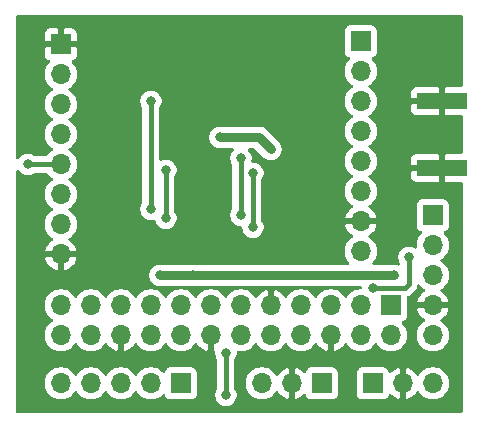
<source format=gbl>
G04 #@! TF.GenerationSoftware,KiCad,Pcbnew,8.0.8*
G04 #@! TF.CreationDate,2025-03-21T12:20:43+00:00*
G04 #@! TF.ProjectId,RFM95W-pcb01,52464d39-3557-42d7-9063-6230312e6b69,rev?*
G04 #@! TF.SameCoordinates,Original*
G04 #@! TF.FileFunction,Copper,L2,Bot*
G04 #@! TF.FilePolarity,Positive*
%FSLAX46Y46*%
G04 Gerber Fmt 4.6, Leading zero omitted, Abs format (unit mm)*
G04 Created by KiCad (PCBNEW 8.0.8) date 2025-03-21 12:20:43*
%MOMM*%
%LPD*%
G01*
G04 APERTURE LIST*
G04 #@! TA.AperFunction,ComponentPad*
%ADD10O,1.700000X1.700000*%
G04 #@! TD*
G04 #@! TA.AperFunction,ComponentPad*
%ADD11R,1.700000X1.700000*%
G04 #@! TD*
G04 #@! TA.AperFunction,SMDPad,CuDef*
%ADD12R,4.200000X1.350000*%
G04 #@! TD*
G04 #@! TA.AperFunction,ViaPad*
%ADD13C,0.800000*%
G04 #@! TD*
G04 #@! TA.AperFunction,Conductor*
%ADD14C,0.400000*%
G04 #@! TD*
G04 #@! TA.AperFunction,Conductor*
%ADD15C,0.800000*%
G04 #@! TD*
G04 APERTURE END LIST*
D10*
X141224000Y-52832000D03*
X141224000Y-50292000D03*
X143764000Y-52832000D03*
X143764000Y-50292000D03*
X146304000Y-52832000D03*
X146304000Y-50292000D03*
X148844000Y-52832000D03*
X148844000Y-50292000D03*
X151384000Y-52832000D03*
X151384000Y-50292000D03*
X153924000Y-52832000D03*
X153924000Y-50292000D03*
X156464000Y-52832000D03*
X156464000Y-50292000D03*
X159004000Y-52832000D03*
X159004000Y-50292000D03*
X161544000Y-52832000D03*
X161544000Y-50292000D03*
X164084000Y-52832000D03*
X164084000Y-50292000D03*
X166624000Y-52832000D03*
X166624000Y-50292000D03*
X169164000Y-52832000D03*
D11*
X169164000Y-50292000D03*
D10*
X172720000Y-52832000D03*
X172720000Y-50292000D03*
X172720000Y-47752000D03*
X172720000Y-45212000D03*
D11*
X172720000Y-42672000D03*
D10*
X141224000Y-56896000D03*
X143764000Y-56896000D03*
X146304000Y-56896000D03*
X148844000Y-56896000D03*
D11*
X151384000Y-56896000D03*
D10*
X172720000Y-56896000D03*
X170180000Y-56896000D03*
D11*
X167640000Y-56896000D03*
D10*
X158242000Y-56896000D03*
X160782000Y-56896000D03*
D11*
X163322000Y-56896000D03*
D10*
X141224000Y-45974000D03*
X141224000Y-43434000D03*
X141224000Y-40894000D03*
X141224000Y-38354000D03*
X141224000Y-35814000D03*
X141224000Y-33274000D03*
X141224000Y-30734000D03*
D11*
X141224000Y-28194000D03*
D10*
X166624000Y-45720000D03*
X166624000Y-43180000D03*
X166624000Y-40640000D03*
X166624000Y-38100000D03*
X166624000Y-35560000D03*
X166624000Y-33020000D03*
X166624000Y-30480000D03*
D11*
X166624000Y-27940000D03*
D12*
X173482000Y-32989000D03*
X173482000Y-38639000D03*
D13*
X138430000Y-38354000D03*
X148844000Y-42164000D03*
X148844000Y-33020000D03*
X150114000Y-42926000D03*
X150114000Y-38862000D03*
X155194000Y-54318000D03*
X155194000Y-57912000D03*
X156464000Y-42672000D03*
X156464000Y-37846000D03*
X157480000Y-43688000D03*
X157480000Y-39116000D03*
X170688000Y-46228000D03*
X167640000Y-48806000D03*
X149606000Y-47752000D03*
X152400000Y-47752000D03*
X154686000Y-36068000D03*
X159004000Y-37084000D03*
X169418000Y-47752000D03*
D14*
X138430000Y-38354000D02*
X141224000Y-38354000D01*
X148844000Y-42164000D02*
X148844000Y-33020000D01*
X150114000Y-42926000D02*
X150114000Y-38862000D01*
X155194000Y-54318000D02*
X155194000Y-57912000D01*
X156464000Y-42672000D02*
X156464000Y-37846000D01*
X157480000Y-43688000D02*
X157480000Y-39116000D01*
X170688000Y-46228000D02*
X170688000Y-48514000D01*
X170396000Y-48806000D02*
X167640000Y-48806000D01*
X170688000Y-48514000D02*
X170396000Y-48806000D01*
D15*
X157988000Y-36068000D02*
X159004000Y-37084000D01*
X166230002Y-47752000D02*
X167640000Y-47752000D01*
X151638000Y-47752000D02*
X166230002Y-47752000D01*
X151638000Y-47752000D02*
X152400000Y-47752000D01*
X149606000Y-47752000D02*
X151638000Y-47752000D01*
X155702000Y-36068000D02*
X157988000Y-36068000D01*
X154686000Y-36068000D02*
X155702000Y-36068000D01*
X167640000Y-47752000D02*
X168274000Y-47752000D01*
X168274000Y-47752000D02*
X169418000Y-47752000D01*
G04 #@! TA.AperFunction,Conductor*
G36*
X175156601Y-25688667D02*
G01*
X175197803Y-25716197D01*
X175225333Y-25757399D01*
X175235000Y-25806000D01*
X175235000Y-31676731D01*
X175225333Y-31725332D01*
X175197803Y-31766534D01*
X175156601Y-31794064D01*
X175108215Y-31803731D01*
X173820444Y-31805911D01*
X173736000Y-31890356D01*
X173736000Y-32797934D01*
X173746333Y-32813399D01*
X173756000Y-32862000D01*
X173756000Y-33116000D01*
X173746333Y-33164601D01*
X173736000Y-33180065D01*
X173736000Y-34087644D01*
X173820444Y-34172088D01*
X175108215Y-34174269D01*
X175156799Y-34184019D01*
X175197954Y-34211619D01*
X175225415Y-34252867D01*
X175235000Y-34301269D01*
X175235000Y-37326731D01*
X175225333Y-37375332D01*
X175197803Y-37416534D01*
X175156601Y-37444064D01*
X175108215Y-37453731D01*
X173820444Y-37455911D01*
X173736000Y-37540356D01*
X173736000Y-38447934D01*
X173746333Y-38463399D01*
X173756000Y-38512000D01*
X173756000Y-38766000D01*
X173746333Y-38814601D01*
X173736000Y-38830065D01*
X173736000Y-39737644D01*
X173820444Y-39822088D01*
X175108215Y-39824269D01*
X175156799Y-39834019D01*
X175197954Y-39861619D01*
X175225415Y-39902867D01*
X175235000Y-39951269D01*
X175235001Y-59284000D01*
X175225334Y-59332601D01*
X175197804Y-59373803D01*
X175156602Y-59401333D01*
X175108001Y-59411000D01*
X137566000Y-59411000D01*
X137517399Y-59401333D01*
X137476197Y-59373803D01*
X137448667Y-59332601D01*
X137439000Y-59284000D01*
X137439000Y-56896000D01*
X139859429Y-56896000D01*
X139885648Y-57162214D01*
X139963300Y-57418196D01*
X140089401Y-57654115D01*
X140259102Y-57860897D01*
X140465884Y-58030598D01*
X140701803Y-58156699D01*
X140957785Y-58234351D01*
X141157284Y-58254000D01*
X141290716Y-58254000D01*
X141490214Y-58234351D01*
X141746196Y-58156699D01*
X141982115Y-58030598D01*
X142188897Y-57860897D01*
X142358597Y-57654117D01*
X142381996Y-57610341D01*
X142413432Y-57572037D01*
X142457134Y-57548678D01*
X142506448Y-57543821D01*
X142553868Y-57558205D01*
X142592172Y-57589641D01*
X142606004Y-57610341D01*
X142629402Y-57654117D01*
X142799102Y-57860897D01*
X143005884Y-58030598D01*
X143241803Y-58156699D01*
X143497785Y-58234351D01*
X143697284Y-58254000D01*
X143830716Y-58254000D01*
X144030214Y-58234351D01*
X144286196Y-58156699D01*
X144522115Y-58030598D01*
X144728897Y-57860897D01*
X144898597Y-57654117D01*
X144921996Y-57610341D01*
X144953432Y-57572037D01*
X144997134Y-57548678D01*
X145046448Y-57543821D01*
X145093868Y-57558205D01*
X145132172Y-57589641D01*
X145146004Y-57610341D01*
X145169402Y-57654117D01*
X145339102Y-57860897D01*
X145545884Y-58030598D01*
X145781803Y-58156699D01*
X146037785Y-58234351D01*
X146237284Y-58254000D01*
X146370716Y-58254000D01*
X146570214Y-58234351D01*
X146826196Y-58156699D01*
X147062115Y-58030598D01*
X147268897Y-57860897D01*
X147438597Y-57654117D01*
X147461996Y-57610341D01*
X147493432Y-57572037D01*
X147537134Y-57548678D01*
X147586448Y-57543821D01*
X147633868Y-57558205D01*
X147672172Y-57589641D01*
X147686004Y-57610341D01*
X147709402Y-57654117D01*
X147879102Y-57860897D01*
X148085884Y-58030598D01*
X148321803Y-58156699D01*
X148577785Y-58234351D01*
X148777284Y-58254000D01*
X148910716Y-58254000D01*
X149110214Y-58234351D01*
X149366196Y-58156699D01*
X149602115Y-58030598D01*
X149808896Y-57860897D01*
X149825434Y-57840746D01*
X149863739Y-57809310D01*
X149911158Y-57794925D01*
X149960472Y-57799781D01*
X150004174Y-57823140D01*
X150035610Y-57861445D01*
X150045138Y-57884446D01*
X150062397Y-57941341D01*
X150109571Y-58029597D01*
X150173051Y-58106948D01*
X150250402Y-58170428D01*
X150338659Y-58217603D01*
X150434409Y-58246648D01*
X150540244Y-58257072D01*
X152227756Y-58257072D01*
X152333590Y-58246648D01*
X152429340Y-58217603D01*
X152517597Y-58170428D01*
X152594948Y-58106948D01*
X152658428Y-58029597D01*
X152705603Y-57941340D01*
X152734648Y-57845590D01*
X152745072Y-57739755D01*
X152745072Y-56052244D01*
X152734648Y-55946409D01*
X152705603Y-55850659D01*
X152658428Y-55762402D01*
X152594948Y-55685051D01*
X152517597Y-55621571D01*
X152429340Y-55574396D01*
X152333590Y-55545351D01*
X152227756Y-55534928D01*
X150540244Y-55534928D01*
X150434409Y-55545351D01*
X150338659Y-55574396D01*
X150250402Y-55621571D01*
X150173051Y-55685051D01*
X150109571Y-55762402D01*
X150062397Y-55850658D01*
X150045138Y-55907554D01*
X150021779Y-55951256D01*
X149983474Y-55982691D01*
X149936054Y-55997076D01*
X149886740Y-55992218D01*
X149843038Y-55968859D01*
X149825434Y-55951254D01*
X149808896Y-55931102D01*
X149602115Y-55761401D01*
X149366196Y-55635300D01*
X149110214Y-55557648D01*
X148910716Y-55538000D01*
X148777284Y-55538000D01*
X148577785Y-55557648D01*
X148321803Y-55635300D01*
X148085884Y-55761401D01*
X147879102Y-55931102D01*
X147709402Y-56137882D01*
X147686004Y-56181659D01*
X147654568Y-56219963D01*
X147610866Y-56243322D01*
X147561552Y-56248179D01*
X147514132Y-56233795D01*
X147475828Y-56202359D01*
X147461996Y-56181659D01*
X147438597Y-56137882D01*
X147268897Y-55931102D01*
X147062115Y-55761401D01*
X146826196Y-55635300D01*
X146570214Y-55557648D01*
X146370716Y-55538000D01*
X146237284Y-55538000D01*
X146037785Y-55557648D01*
X145781803Y-55635300D01*
X145545884Y-55761401D01*
X145339102Y-55931102D01*
X145169402Y-56137882D01*
X145146004Y-56181659D01*
X145114568Y-56219963D01*
X145070866Y-56243322D01*
X145021552Y-56248179D01*
X144974132Y-56233795D01*
X144935828Y-56202359D01*
X144921996Y-56181659D01*
X144898597Y-56137882D01*
X144728897Y-55931102D01*
X144522115Y-55761401D01*
X144286196Y-55635300D01*
X144030214Y-55557648D01*
X143830716Y-55538000D01*
X143697284Y-55538000D01*
X143497785Y-55557648D01*
X143241803Y-55635300D01*
X143005884Y-55761401D01*
X142799102Y-55931102D01*
X142629402Y-56137882D01*
X142606004Y-56181659D01*
X142574568Y-56219963D01*
X142530866Y-56243322D01*
X142481552Y-56248179D01*
X142434132Y-56233795D01*
X142395828Y-56202359D01*
X142381996Y-56181659D01*
X142358597Y-56137882D01*
X142188897Y-55931102D01*
X141982115Y-55761401D01*
X141746196Y-55635300D01*
X141490214Y-55557648D01*
X141290716Y-55538000D01*
X141157284Y-55538000D01*
X140957785Y-55557648D01*
X140701803Y-55635300D01*
X140465884Y-55761401D01*
X140259102Y-55931102D01*
X140089401Y-56137884D01*
X139963300Y-56373803D01*
X139885648Y-56629785D01*
X139859429Y-56896000D01*
X137439000Y-56896000D01*
X137439000Y-50292000D01*
X139859429Y-50292000D01*
X139885648Y-50558214D01*
X139963300Y-50814196D01*
X140089401Y-51050115D01*
X140259102Y-51256897D01*
X140465882Y-51426597D01*
X140509659Y-51449996D01*
X140547963Y-51481432D01*
X140571322Y-51525134D01*
X140576179Y-51574448D01*
X140561795Y-51621868D01*
X140530359Y-51660172D01*
X140509659Y-51674004D01*
X140465882Y-51697402D01*
X140259102Y-51867102D01*
X140089401Y-52073884D01*
X139963300Y-52309803D01*
X139885648Y-52565785D01*
X139859429Y-52832000D01*
X139885648Y-53098214D01*
X139963300Y-53354196D01*
X140089401Y-53590115D01*
X140259102Y-53796897D01*
X140465884Y-53966598D01*
X140701803Y-54092699D01*
X140957785Y-54170351D01*
X141157284Y-54190000D01*
X141290716Y-54190000D01*
X141490214Y-54170351D01*
X141746196Y-54092699D01*
X141982115Y-53966598D01*
X142188897Y-53796897D01*
X142358597Y-53590117D01*
X142381996Y-53546341D01*
X142413432Y-53508037D01*
X142457134Y-53484678D01*
X142506448Y-53479821D01*
X142553868Y-53494205D01*
X142592172Y-53525641D01*
X142606004Y-53546341D01*
X142629402Y-53590117D01*
X142799102Y-53796897D01*
X143005884Y-53966598D01*
X143241803Y-54092699D01*
X143497785Y-54170351D01*
X143697284Y-54190000D01*
X143830716Y-54190000D01*
X144030214Y-54170351D01*
X144286196Y-54092699D01*
X144522115Y-53966598D01*
X144728897Y-53796897D01*
X144898596Y-53590117D01*
X144927196Y-53536611D01*
X144958632Y-53498305D01*
X145002334Y-53474946D01*
X145051648Y-53470088D01*
X145099067Y-53484472D01*
X145137373Y-53515908D01*
X145148310Y-53531484D01*
X145211528Y-53637613D01*
X145389690Y-53835267D01*
X145602983Y-53994360D01*
X145845900Y-54110064D01*
X145934009Y-54136789D01*
X146050000Y-54075576D01*
X146050000Y-53023065D01*
X146039667Y-53007601D01*
X146030000Y-52959000D01*
X146030000Y-52705000D01*
X146039667Y-52656399D01*
X146067197Y-52615197D01*
X146079186Y-52607186D01*
X146087197Y-52595197D01*
X146128399Y-52567667D01*
X146177000Y-52558000D01*
X146431000Y-52558000D01*
X146479601Y-52567667D01*
X146520803Y-52595197D01*
X146528813Y-52607186D01*
X146540803Y-52615197D01*
X146568333Y-52656399D01*
X146578000Y-52705000D01*
X146578000Y-52959000D01*
X146568333Y-53007601D01*
X146558000Y-53023065D01*
X146558000Y-54075576D01*
X146673990Y-54136789D01*
X146762099Y-54110064D01*
X147005016Y-53994360D01*
X147218309Y-53835267D01*
X147396471Y-53637613D01*
X147459690Y-53531484D01*
X147492867Y-53494677D01*
X147537604Y-53473368D01*
X147587091Y-53470801D01*
X147633792Y-53487368D01*
X147670599Y-53520545D01*
X147680804Y-53536611D01*
X147709403Y-53590117D01*
X147879102Y-53796897D01*
X148085884Y-53966598D01*
X148321803Y-54092699D01*
X148577785Y-54170351D01*
X148777284Y-54190000D01*
X148910716Y-54190000D01*
X149110214Y-54170351D01*
X149366196Y-54092699D01*
X149602115Y-53966598D01*
X149808897Y-53796897D01*
X149978597Y-53590117D01*
X150001996Y-53546341D01*
X150033432Y-53508037D01*
X150077134Y-53484678D01*
X150126448Y-53479821D01*
X150173868Y-53494205D01*
X150212172Y-53525641D01*
X150226004Y-53546341D01*
X150249402Y-53590117D01*
X150419102Y-53796897D01*
X150625884Y-53966598D01*
X150861803Y-54092699D01*
X151117785Y-54170351D01*
X151317284Y-54190000D01*
X151450716Y-54190000D01*
X151650214Y-54170351D01*
X151906196Y-54092699D01*
X152142115Y-53966598D01*
X152348897Y-53796897D01*
X152518596Y-53590117D01*
X152547196Y-53536611D01*
X152578632Y-53498305D01*
X152622334Y-53474946D01*
X152671648Y-53470088D01*
X152719067Y-53484472D01*
X152757373Y-53515908D01*
X152768310Y-53531484D01*
X152831528Y-53637613D01*
X153009690Y-53835267D01*
X153222983Y-53994360D01*
X153465900Y-54110064D01*
X153554009Y-54136789D01*
X153670000Y-54075576D01*
X153670000Y-53023065D01*
X153659667Y-53007601D01*
X153650000Y-52959000D01*
X153650000Y-52705000D01*
X153659667Y-52656399D01*
X153687197Y-52615197D01*
X153699186Y-52607186D01*
X153707197Y-52595197D01*
X153748399Y-52567667D01*
X153797000Y-52558000D01*
X154051000Y-52558000D01*
X154099601Y-52567667D01*
X154140803Y-52595197D01*
X154148813Y-52607186D01*
X154160803Y-52615197D01*
X154188333Y-52656399D01*
X154198000Y-52705000D01*
X154198000Y-52959000D01*
X154188333Y-53007601D01*
X154178000Y-53023065D01*
X154178000Y-54075576D01*
X154219519Y-54097488D01*
X154257989Y-54128721D01*
X154281579Y-54172299D01*
X154286696Y-54221587D01*
X154286000Y-54226368D01*
X154286000Y-54407429D01*
X154320893Y-54582852D01*
X154389341Y-54748100D01*
X154464597Y-54860728D01*
X154483560Y-54906509D01*
X154486000Y-54931285D01*
X154486001Y-57298714D01*
X154476334Y-57347315D01*
X154464598Y-57369271D01*
X154389341Y-57481899D01*
X154320893Y-57647147D01*
X154286000Y-57822570D01*
X154286000Y-58001429D01*
X154320893Y-58176852D01*
X154389341Y-58342100D01*
X154488708Y-58490813D01*
X154615186Y-58617291D01*
X154763899Y-58716658D01*
X154929147Y-58785106D01*
X155104570Y-58820000D01*
X155283430Y-58820000D01*
X155458852Y-58785106D01*
X155624100Y-58716658D01*
X155772813Y-58617291D01*
X155899291Y-58490813D01*
X155998658Y-58342100D01*
X156067106Y-58176852D01*
X156102000Y-58001429D01*
X156102000Y-57822570D01*
X156067106Y-57647147D01*
X155998658Y-57481899D01*
X155923403Y-57369272D01*
X155904440Y-57323491D01*
X155902000Y-57298715D01*
X155902000Y-56896000D01*
X156877429Y-56896000D01*
X156903648Y-57162214D01*
X156981300Y-57418196D01*
X157107401Y-57654115D01*
X157277102Y-57860897D01*
X157483884Y-58030598D01*
X157719803Y-58156699D01*
X157975785Y-58234351D01*
X158175284Y-58254000D01*
X158308716Y-58254000D01*
X158508214Y-58234351D01*
X158764196Y-58156699D01*
X159000115Y-58030598D01*
X159206897Y-57860897D01*
X159376596Y-57654117D01*
X159405196Y-57600611D01*
X159436632Y-57562305D01*
X159480334Y-57538946D01*
X159529648Y-57534088D01*
X159577067Y-57548472D01*
X159615373Y-57579908D01*
X159626310Y-57595484D01*
X159689528Y-57701613D01*
X159867690Y-57899267D01*
X160080983Y-58058360D01*
X160323900Y-58174064D01*
X160412009Y-58200789D01*
X160528000Y-58139576D01*
X160528000Y-57087065D01*
X160517667Y-57071601D01*
X160508000Y-57023000D01*
X160508000Y-56769000D01*
X160517667Y-56720399D01*
X160528000Y-56704934D01*
X160528000Y-55652423D01*
X161036000Y-55652423D01*
X161036000Y-56704934D01*
X161046333Y-56720399D01*
X161056000Y-56769000D01*
X161056000Y-57023000D01*
X161046333Y-57071601D01*
X161036000Y-57087065D01*
X161036000Y-58139576D01*
X161151990Y-58200789D01*
X161240099Y-58174064D01*
X161483016Y-58058360D01*
X161696309Y-57899267D01*
X161763701Y-57824503D01*
X161803421Y-57794876D01*
X161851456Y-57782704D01*
X161900492Y-57789841D01*
X161943065Y-57815201D01*
X161972692Y-57854921D01*
X161979565Y-57872667D01*
X162000397Y-57941341D01*
X162047571Y-58029597D01*
X162111051Y-58106948D01*
X162188402Y-58170428D01*
X162276659Y-58217603D01*
X162372409Y-58246648D01*
X162478244Y-58257072D01*
X164165756Y-58257072D01*
X164271590Y-58246648D01*
X164367340Y-58217603D01*
X164455597Y-58170428D01*
X164532948Y-58106948D01*
X164596428Y-58029597D01*
X164643603Y-57941340D01*
X164672648Y-57845590D01*
X164683072Y-57739755D01*
X164683072Y-56052244D01*
X166278928Y-56052244D01*
X166278928Y-57739755D01*
X166289351Y-57845590D01*
X166318396Y-57941340D01*
X166365571Y-58029597D01*
X166429051Y-58106948D01*
X166506402Y-58170428D01*
X166594659Y-58217603D01*
X166690409Y-58246648D01*
X166796244Y-58257072D01*
X168483756Y-58257072D01*
X168589590Y-58246648D01*
X168685340Y-58217603D01*
X168773597Y-58170428D01*
X168850948Y-58106948D01*
X168914428Y-58029597D01*
X168961602Y-57941341D01*
X168982435Y-57872667D01*
X169005794Y-57828966D01*
X169044099Y-57797530D01*
X169091518Y-57783145D01*
X169140833Y-57788003D01*
X169184534Y-57811362D01*
X169198299Y-57824503D01*
X169265690Y-57899267D01*
X169478983Y-58058360D01*
X169721900Y-58174064D01*
X169810009Y-58200789D01*
X169926000Y-58139576D01*
X169926000Y-57087065D01*
X169915667Y-57071601D01*
X169906000Y-57023000D01*
X169906000Y-56769000D01*
X169915667Y-56720399D01*
X169926000Y-56704934D01*
X169926000Y-55652423D01*
X170434000Y-55652423D01*
X170434000Y-56704934D01*
X170444333Y-56720399D01*
X170454000Y-56769000D01*
X170454000Y-57023000D01*
X170444333Y-57071601D01*
X170434000Y-57087065D01*
X170434000Y-58139576D01*
X170549990Y-58200789D01*
X170638099Y-58174064D01*
X170881016Y-58058360D01*
X171094309Y-57899267D01*
X171272471Y-57701613D01*
X171335690Y-57595484D01*
X171368867Y-57558677D01*
X171413604Y-57537368D01*
X171463091Y-57534801D01*
X171509792Y-57551368D01*
X171546599Y-57584545D01*
X171556804Y-57600611D01*
X171585403Y-57654117D01*
X171755102Y-57860897D01*
X171961884Y-58030598D01*
X172197803Y-58156699D01*
X172453785Y-58234351D01*
X172653284Y-58254000D01*
X172786716Y-58254000D01*
X172986214Y-58234351D01*
X173242196Y-58156699D01*
X173478115Y-58030598D01*
X173684897Y-57860897D01*
X173854598Y-57654115D01*
X173980699Y-57418196D01*
X174058351Y-57162214D01*
X174084570Y-56896000D01*
X174058351Y-56629785D01*
X173980699Y-56373803D01*
X173854598Y-56137884D01*
X173684897Y-55931102D01*
X173478115Y-55761401D01*
X173242196Y-55635300D01*
X172986214Y-55557648D01*
X172786716Y-55538000D01*
X172653284Y-55538000D01*
X172453785Y-55557648D01*
X172197803Y-55635300D01*
X171961884Y-55761401D01*
X171755102Y-55931102D01*
X171585403Y-56137882D01*
X171556804Y-56191389D01*
X171525368Y-56229695D01*
X171481666Y-56253054D01*
X171432352Y-56257912D01*
X171384933Y-56243528D01*
X171346627Y-56212092D01*
X171335690Y-56196516D01*
X171272471Y-56090386D01*
X171094309Y-55892732D01*
X170881016Y-55733639D01*
X170638099Y-55617935D01*
X170549990Y-55591210D01*
X170434000Y-55652423D01*
X169926000Y-55652423D01*
X169810009Y-55591210D01*
X169721900Y-55617935D01*
X169478983Y-55733639D01*
X169265690Y-55892732D01*
X169198299Y-55967497D01*
X169158579Y-55997124D01*
X169110544Y-56009296D01*
X169061508Y-56002159D01*
X169018935Y-55976799D01*
X168989308Y-55937079D01*
X168982435Y-55919333D01*
X168961602Y-55850658D01*
X168914428Y-55762402D01*
X168850948Y-55685051D01*
X168773597Y-55621571D01*
X168685340Y-55574396D01*
X168589590Y-55545351D01*
X168483756Y-55534928D01*
X166796244Y-55534928D01*
X166690409Y-55545351D01*
X166594659Y-55574396D01*
X166506402Y-55621571D01*
X166429051Y-55685051D01*
X166365571Y-55762402D01*
X166318396Y-55850659D01*
X166289351Y-55946409D01*
X166278928Y-56052244D01*
X164683072Y-56052244D01*
X164672648Y-55946409D01*
X164643603Y-55850659D01*
X164596428Y-55762402D01*
X164532948Y-55685051D01*
X164455597Y-55621571D01*
X164367340Y-55574396D01*
X164271590Y-55545351D01*
X164165756Y-55534928D01*
X162478244Y-55534928D01*
X162372409Y-55545351D01*
X162276659Y-55574396D01*
X162188402Y-55621571D01*
X162111051Y-55685051D01*
X162047571Y-55762402D01*
X162000397Y-55850658D01*
X161979565Y-55919333D01*
X161956206Y-55963034D01*
X161917901Y-55994470D01*
X161870482Y-56008855D01*
X161821167Y-56003997D01*
X161777466Y-55980638D01*
X161763701Y-55967497D01*
X161696309Y-55892732D01*
X161483016Y-55733639D01*
X161240099Y-55617935D01*
X161151990Y-55591210D01*
X161036000Y-55652423D01*
X160528000Y-55652423D01*
X160412009Y-55591210D01*
X160323900Y-55617935D01*
X160080983Y-55733639D01*
X159867690Y-55892732D01*
X159689528Y-56090386D01*
X159626310Y-56196516D01*
X159593133Y-56233323D01*
X159548396Y-56254632D01*
X159498909Y-56257199D01*
X159452208Y-56240632D01*
X159415401Y-56207455D01*
X159405196Y-56191389D01*
X159376596Y-56137882D01*
X159206897Y-55931102D01*
X159000115Y-55761401D01*
X158764196Y-55635300D01*
X158508214Y-55557648D01*
X158308716Y-55538000D01*
X158175284Y-55538000D01*
X157975785Y-55557648D01*
X157719803Y-55635300D01*
X157483884Y-55761401D01*
X157277102Y-55931102D01*
X157107401Y-56137884D01*
X156981300Y-56373803D01*
X156903648Y-56629785D01*
X156877429Y-56896000D01*
X155902000Y-56896000D01*
X155902000Y-54931285D01*
X155911667Y-54882684D01*
X155923403Y-54860728D01*
X155998658Y-54748100D01*
X156067106Y-54582852D01*
X156102000Y-54407429D01*
X156102000Y-54301039D01*
X156111667Y-54252438D01*
X156139197Y-54211236D01*
X156180399Y-54183706D01*
X156229000Y-54174039D01*
X156241449Y-54174651D01*
X156397285Y-54190000D01*
X156530716Y-54190000D01*
X156730214Y-54170351D01*
X156986196Y-54092699D01*
X157222115Y-53966598D01*
X157428897Y-53796897D01*
X157598597Y-53590117D01*
X157621996Y-53546341D01*
X157653432Y-53508037D01*
X157697134Y-53484678D01*
X157746448Y-53479821D01*
X157793868Y-53494205D01*
X157832172Y-53525641D01*
X157846004Y-53546341D01*
X157869402Y-53590117D01*
X158039102Y-53796897D01*
X158245884Y-53966598D01*
X158481803Y-54092699D01*
X158737785Y-54170351D01*
X158937284Y-54190000D01*
X159070716Y-54190000D01*
X159270214Y-54170351D01*
X159526196Y-54092699D01*
X159762115Y-53966598D01*
X159968897Y-53796897D01*
X160138597Y-53590117D01*
X160161996Y-53546341D01*
X160193432Y-53508037D01*
X160237134Y-53484678D01*
X160286448Y-53479821D01*
X160333868Y-53494205D01*
X160372172Y-53525641D01*
X160386004Y-53546341D01*
X160409402Y-53590117D01*
X160579102Y-53796897D01*
X160785884Y-53966598D01*
X161021803Y-54092699D01*
X161277785Y-54170351D01*
X161477284Y-54190000D01*
X161610716Y-54190000D01*
X161810214Y-54170351D01*
X162066196Y-54092699D01*
X162302115Y-53966598D01*
X162508897Y-53796897D01*
X162678596Y-53590117D01*
X162707196Y-53536611D01*
X162738632Y-53498305D01*
X162782334Y-53474946D01*
X162831648Y-53470088D01*
X162879067Y-53484472D01*
X162917373Y-53515908D01*
X162928310Y-53531484D01*
X162991528Y-53637613D01*
X163169690Y-53835267D01*
X163382983Y-53994360D01*
X163625900Y-54110064D01*
X163714009Y-54136789D01*
X163830000Y-54075576D01*
X163830000Y-53023065D01*
X163819667Y-53007601D01*
X163810000Y-52959000D01*
X163810000Y-52705000D01*
X163819667Y-52656399D01*
X163847197Y-52615197D01*
X163859186Y-52607186D01*
X163867197Y-52595197D01*
X163908399Y-52567667D01*
X163957000Y-52558000D01*
X164211000Y-52558000D01*
X164259601Y-52567667D01*
X164300803Y-52595197D01*
X164308813Y-52607186D01*
X164320803Y-52615197D01*
X164348333Y-52656399D01*
X164358000Y-52705000D01*
X164358000Y-52959000D01*
X164348333Y-53007601D01*
X164338000Y-53023065D01*
X164338000Y-54075576D01*
X164453990Y-54136789D01*
X164542099Y-54110064D01*
X164785016Y-53994360D01*
X164998309Y-53835267D01*
X165176471Y-53637613D01*
X165239690Y-53531484D01*
X165272867Y-53494677D01*
X165317604Y-53473368D01*
X165367091Y-53470801D01*
X165413792Y-53487368D01*
X165450599Y-53520545D01*
X165460804Y-53536611D01*
X165489403Y-53590117D01*
X165659102Y-53796897D01*
X165865884Y-53966598D01*
X166101803Y-54092699D01*
X166357785Y-54170351D01*
X166557284Y-54190000D01*
X166690716Y-54190000D01*
X166890214Y-54170351D01*
X167146196Y-54092699D01*
X167382115Y-53966598D01*
X167588897Y-53796897D01*
X167758597Y-53590117D01*
X167781996Y-53546341D01*
X167813432Y-53508037D01*
X167857134Y-53484678D01*
X167906448Y-53479821D01*
X167953868Y-53494205D01*
X167992172Y-53525641D01*
X168006004Y-53546341D01*
X168029402Y-53590117D01*
X168199102Y-53796897D01*
X168405884Y-53966598D01*
X168641803Y-54092699D01*
X168897785Y-54170351D01*
X169097284Y-54190000D01*
X169230716Y-54190000D01*
X169430214Y-54170351D01*
X169686196Y-54092699D01*
X169922115Y-53966598D01*
X170128897Y-53796897D01*
X170298598Y-53590115D01*
X170424699Y-53354196D01*
X170502351Y-53098214D01*
X170528570Y-52832000D01*
X171355429Y-52832000D01*
X171381648Y-53098214D01*
X171459300Y-53354196D01*
X171585401Y-53590115D01*
X171755102Y-53796897D01*
X171961884Y-53966598D01*
X172197803Y-54092699D01*
X172453785Y-54170351D01*
X172653284Y-54190000D01*
X172786716Y-54190000D01*
X172986214Y-54170351D01*
X173242196Y-54092699D01*
X173478115Y-53966598D01*
X173684897Y-53796897D01*
X173854598Y-53590115D01*
X173980699Y-53354196D01*
X174058351Y-53098214D01*
X174084570Y-52832000D01*
X174058351Y-52565785D01*
X173980699Y-52309803D01*
X173854598Y-52073884D01*
X173684897Y-51867102D01*
X173478117Y-51697403D01*
X173424611Y-51668804D01*
X173386305Y-51637368D01*
X173362946Y-51593666D01*
X173358088Y-51544352D01*
X173372472Y-51496933D01*
X173403908Y-51458627D01*
X173419484Y-51447690D01*
X173525613Y-51384471D01*
X173723267Y-51206309D01*
X173882360Y-50993016D01*
X173998064Y-50750099D01*
X174024789Y-50661990D01*
X173963577Y-50546000D01*
X172911066Y-50546000D01*
X172895601Y-50556333D01*
X172847000Y-50566000D01*
X172593000Y-50566000D01*
X172544399Y-50556333D01*
X172528934Y-50546000D01*
X171476423Y-50546000D01*
X171415210Y-50661990D01*
X171441935Y-50750099D01*
X171557639Y-50993016D01*
X171716732Y-51206309D01*
X171914386Y-51384471D01*
X172020516Y-51447690D01*
X172057323Y-51480867D01*
X172078632Y-51525604D01*
X172081199Y-51575091D01*
X172064632Y-51621792D01*
X172031455Y-51658599D01*
X172015389Y-51668804D01*
X171961882Y-51697403D01*
X171755102Y-51867102D01*
X171585401Y-52073884D01*
X171459300Y-52309803D01*
X171381648Y-52565785D01*
X171355429Y-52832000D01*
X170528570Y-52832000D01*
X170502351Y-52565785D01*
X170424699Y-52309803D01*
X170298598Y-52073884D01*
X170128897Y-51867103D01*
X170108746Y-51850566D01*
X170077310Y-51812261D01*
X170062925Y-51764842D01*
X170067781Y-51715528D01*
X170091140Y-51671826D01*
X170129445Y-51640390D01*
X170152446Y-51630862D01*
X170209341Y-51613602D01*
X170297597Y-51566428D01*
X170374948Y-51502948D01*
X170438428Y-51425597D01*
X170485603Y-51337340D01*
X170514648Y-51241590D01*
X170525072Y-51135755D01*
X170525072Y-49600894D01*
X170534739Y-49552293D01*
X170562269Y-49511091D01*
X170603471Y-49483561D01*
X170615206Y-49479363D01*
X170668247Y-49463273D01*
X170791249Y-49397526D01*
X170899054Y-49309054D01*
X170917274Y-49286853D01*
X170925643Y-49277618D01*
X171159618Y-49043643D01*
X171168853Y-49035274D01*
X171191054Y-49017054D01*
X171279526Y-48909249D01*
X171345273Y-48786247D01*
X171385755Y-48652792D01*
X171389643Y-48613329D01*
X171404027Y-48565910D01*
X171435463Y-48527605D01*
X171479165Y-48504246D01*
X171528480Y-48499390D01*
X171575899Y-48513774D01*
X171614203Y-48545210D01*
X171755102Y-48716897D01*
X171961882Y-48886596D01*
X172015389Y-48915196D01*
X172053695Y-48946632D01*
X172077054Y-48990334D01*
X172081912Y-49039648D01*
X172067528Y-49087067D01*
X172036092Y-49125373D01*
X172020516Y-49136310D01*
X171914386Y-49199528D01*
X171716732Y-49377690D01*
X171557639Y-49590983D01*
X171441935Y-49833900D01*
X171415210Y-49922009D01*
X171476423Y-50038000D01*
X172528934Y-50038000D01*
X172544399Y-50027667D01*
X172593000Y-50018000D01*
X172847000Y-50018000D01*
X172895601Y-50027667D01*
X172911066Y-50038000D01*
X173963577Y-50038000D01*
X174024789Y-49922009D01*
X173998064Y-49833900D01*
X173882360Y-49590983D01*
X173723267Y-49377690D01*
X173525613Y-49199528D01*
X173419484Y-49136310D01*
X173382677Y-49103133D01*
X173361368Y-49058396D01*
X173358801Y-49008909D01*
X173375368Y-48962208D01*
X173408545Y-48925401D01*
X173424611Y-48915196D01*
X173478117Y-48886596D01*
X173684897Y-48716897D01*
X173854598Y-48510115D01*
X173980699Y-48274196D01*
X174058351Y-48018214D01*
X174084570Y-47752000D01*
X174058351Y-47485785D01*
X173980699Y-47229803D01*
X173854598Y-46993884D01*
X173684897Y-46787102D01*
X173478117Y-46617402D01*
X173434341Y-46594004D01*
X173396037Y-46562568D01*
X173372678Y-46518866D01*
X173367821Y-46469552D01*
X173382205Y-46422132D01*
X173413641Y-46383828D01*
X173434341Y-46369996D01*
X173478117Y-46346597D01*
X173684897Y-46176897D01*
X173854598Y-45970115D01*
X173980699Y-45734196D01*
X174058351Y-45478214D01*
X174084570Y-45212000D01*
X174058351Y-44945785D01*
X173980699Y-44689803D01*
X173854598Y-44453884D01*
X173684897Y-44247103D01*
X173664746Y-44230566D01*
X173633310Y-44192261D01*
X173618925Y-44144842D01*
X173623781Y-44095528D01*
X173647140Y-44051826D01*
X173685445Y-44020390D01*
X173708446Y-44010862D01*
X173765341Y-43993602D01*
X173853597Y-43946428D01*
X173930948Y-43882948D01*
X173994428Y-43805597D01*
X174041603Y-43717340D01*
X174070648Y-43621590D01*
X174081072Y-43515755D01*
X174081072Y-41828244D01*
X174070648Y-41722409D01*
X174041603Y-41626659D01*
X173994428Y-41538402D01*
X173930948Y-41461051D01*
X173853597Y-41397571D01*
X173765340Y-41350396D01*
X173669590Y-41321351D01*
X173563756Y-41310928D01*
X171876244Y-41310928D01*
X171770409Y-41321351D01*
X171674659Y-41350396D01*
X171586402Y-41397571D01*
X171509051Y-41461051D01*
X171445571Y-41538402D01*
X171398396Y-41626659D01*
X171369351Y-41722409D01*
X171358928Y-41828244D01*
X171358928Y-43515755D01*
X171369351Y-43621590D01*
X171398396Y-43717340D01*
X171445571Y-43805597D01*
X171509051Y-43882948D01*
X171586402Y-43946428D01*
X171674658Y-43993602D01*
X171731554Y-44010862D01*
X171775256Y-44034221D01*
X171806691Y-44072526D01*
X171821076Y-44119946D01*
X171816218Y-44169260D01*
X171792859Y-44212962D01*
X171775254Y-44230566D01*
X171755102Y-44247103D01*
X171585401Y-44453884D01*
X171459300Y-44689803D01*
X171381648Y-44945785D01*
X171355429Y-45212000D01*
X171368110Y-45340754D01*
X171363253Y-45390068D01*
X171339894Y-45433770D01*
X171301589Y-45465206D01*
X171254170Y-45479590D01*
X171204856Y-45474733D01*
X171171164Y-45458798D01*
X171118101Y-45423342D01*
X170952852Y-45354893D01*
X170777430Y-45320000D01*
X170598570Y-45320000D01*
X170423147Y-45354893D01*
X170257899Y-45423341D01*
X170109186Y-45522708D01*
X169982708Y-45649186D01*
X169883341Y-45797899D01*
X169814893Y-45963147D01*
X169780000Y-46138570D01*
X169780000Y-46317429D01*
X169814893Y-46492852D01*
X169883341Y-46658100D01*
X169927056Y-46723524D01*
X169946019Y-46769305D01*
X169946019Y-46818858D01*
X169927055Y-46864639D01*
X169892016Y-46899678D01*
X169846235Y-46918641D01*
X169796682Y-46918641D01*
X169779216Y-46912391D01*
X169779126Y-46912690D01*
X169730246Y-46897862D01*
X169718512Y-46893664D01*
X169682853Y-46878893D01*
X169645000Y-46871364D01*
X169632911Y-46868336D01*
X169595994Y-46857137D01*
X169557609Y-46853357D01*
X169545281Y-46851529D01*
X169507430Y-46844000D01*
X167726843Y-46844000D01*
X167678242Y-46834333D01*
X167637040Y-46806803D01*
X167609510Y-46765601D01*
X167599843Y-46717000D01*
X167609510Y-46668399D01*
X167628671Y-46636432D01*
X167758598Y-46478115D01*
X167884699Y-46242196D01*
X167962351Y-45986214D01*
X167988570Y-45720000D01*
X167962351Y-45453785D01*
X167884699Y-45197803D01*
X167758598Y-44961884D01*
X167588897Y-44755102D01*
X167382117Y-44585403D01*
X167328611Y-44556804D01*
X167290305Y-44525368D01*
X167266946Y-44481666D01*
X167262088Y-44432352D01*
X167276472Y-44384933D01*
X167307908Y-44346627D01*
X167323484Y-44335690D01*
X167429613Y-44272471D01*
X167627267Y-44094309D01*
X167786360Y-43881016D01*
X167902064Y-43638099D01*
X167928789Y-43549990D01*
X167867577Y-43434000D01*
X166815066Y-43434000D01*
X166799601Y-43444333D01*
X166751000Y-43454000D01*
X166497000Y-43454000D01*
X166448399Y-43444333D01*
X166432934Y-43434000D01*
X165380423Y-43434000D01*
X165319210Y-43549990D01*
X165345935Y-43638099D01*
X165461639Y-43881016D01*
X165620732Y-44094309D01*
X165818386Y-44272471D01*
X165924516Y-44335690D01*
X165961323Y-44368867D01*
X165982632Y-44413604D01*
X165985199Y-44463091D01*
X165968632Y-44509792D01*
X165935455Y-44546599D01*
X165919389Y-44556804D01*
X165865882Y-44585403D01*
X165659102Y-44755102D01*
X165489401Y-44961884D01*
X165363300Y-45197803D01*
X165285648Y-45453785D01*
X165259429Y-45720000D01*
X165285648Y-45986214D01*
X165363300Y-46242196D01*
X165489401Y-46478115D01*
X165619329Y-46636432D01*
X165642688Y-46680134D01*
X165647545Y-46729448D01*
X165633161Y-46776867D01*
X165601725Y-46815172D01*
X165558023Y-46838531D01*
X165521157Y-46844000D01*
X149516570Y-46844000D01*
X149478719Y-46851529D01*
X149466391Y-46853357D01*
X149428005Y-46857137D01*
X149391089Y-46868336D01*
X149379000Y-46871364D01*
X149341146Y-46878893D01*
X149305488Y-46893664D01*
X149293754Y-46897862D01*
X149256843Y-46909059D01*
X149222825Y-46927242D01*
X149211559Y-46932570D01*
X149175906Y-46947337D01*
X149143812Y-46968783D01*
X149133121Y-46975190D01*
X149099104Y-46993371D01*
X149069284Y-47017845D01*
X149059274Y-47025269D01*
X149027184Y-47046710D01*
X148999895Y-47074000D01*
X148990660Y-47082369D01*
X148960840Y-47106840D01*
X148936369Y-47136660D01*
X148928000Y-47145895D01*
X148900710Y-47173184D01*
X148879269Y-47205274D01*
X148871845Y-47215284D01*
X148847371Y-47245104D01*
X148829190Y-47279121D01*
X148822783Y-47289812D01*
X148801337Y-47321906D01*
X148786570Y-47357559D01*
X148781242Y-47368825D01*
X148763059Y-47402843D01*
X148751862Y-47439754D01*
X148747664Y-47451488D01*
X148732893Y-47487146D01*
X148725364Y-47525000D01*
X148722336Y-47537089D01*
X148711137Y-47574005D01*
X148707357Y-47612391D01*
X148705529Y-47624719D01*
X148698000Y-47662570D01*
X148698000Y-47701162D01*
X148697388Y-47713610D01*
X148693606Y-47752000D01*
X148697388Y-47790390D01*
X148698000Y-47802838D01*
X148698000Y-47841429D01*
X148705529Y-47879281D01*
X148707357Y-47891609D01*
X148711137Y-47929994D01*
X148722336Y-47966911D01*
X148725364Y-47979000D01*
X148732893Y-48016853D01*
X148747664Y-48052512D01*
X148751862Y-48064246D01*
X148763059Y-48101156D01*
X148781242Y-48135175D01*
X148786570Y-48146441D01*
X148801337Y-48182093D01*
X148822783Y-48214188D01*
X148829190Y-48224879D01*
X148847371Y-48258895D01*
X148871845Y-48288716D01*
X148879269Y-48298726D01*
X148900710Y-48330815D01*
X148928000Y-48358105D01*
X148936369Y-48367340D01*
X148960840Y-48397159D01*
X148990660Y-48421631D01*
X148999895Y-48430000D01*
X149027184Y-48457289D01*
X149059274Y-48478731D01*
X149069284Y-48486155D01*
X149099104Y-48510628D01*
X149133121Y-48528810D01*
X149143812Y-48535217D01*
X149175906Y-48556662D01*
X149211559Y-48571430D01*
X149222825Y-48576758D01*
X149256843Y-48594940D01*
X149293754Y-48606138D01*
X149305488Y-48610336D01*
X149341146Y-48625106D01*
X149379000Y-48632636D01*
X149391089Y-48635664D01*
X149428005Y-48646862D01*
X149466391Y-48650643D01*
X149478719Y-48652471D01*
X149516570Y-48660000D01*
X166605000Y-48660000D01*
X166653601Y-48669667D01*
X166694803Y-48697197D01*
X166722333Y-48738399D01*
X166732000Y-48787000D01*
X166732000Y-48807000D01*
X166722333Y-48855601D01*
X166694803Y-48896803D01*
X166653601Y-48924333D01*
X166605000Y-48934000D01*
X166557284Y-48934000D01*
X166357785Y-48953648D01*
X166101803Y-49031300D01*
X165865884Y-49157401D01*
X165659102Y-49327102D01*
X165489402Y-49533882D01*
X165466004Y-49577659D01*
X165434568Y-49615963D01*
X165390866Y-49639322D01*
X165341552Y-49644179D01*
X165294132Y-49629795D01*
X165255828Y-49598359D01*
X165241996Y-49577659D01*
X165218597Y-49533882D01*
X165048897Y-49327102D01*
X164842115Y-49157401D01*
X164606196Y-49031300D01*
X164350214Y-48953648D01*
X164150716Y-48934000D01*
X164017284Y-48934000D01*
X163817785Y-48953648D01*
X163561803Y-49031300D01*
X163325884Y-49157401D01*
X163119102Y-49327102D01*
X162949402Y-49533882D01*
X162926004Y-49577659D01*
X162894568Y-49615963D01*
X162850866Y-49639322D01*
X162801552Y-49644179D01*
X162754132Y-49629795D01*
X162715828Y-49598359D01*
X162701996Y-49577659D01*
X162678597Y-49533882D01*
X162508897Y-49327102D01*
X162302115Y-49157401D01*
X162066196Y-49031300D01*
X161810214Y-48953648D01*
X161610716Y-48934000D01*
X161477284Y-48934000D01*
X161277785Y-48953648D01*
X161021803Y-49031300D01*
X160785884Y-49157401D01*
X160579102Y-49327102D01*
X160409403Y-49533882D01*
X160380804Y-49587389D01*
X160349368Y-49625695D01*
X160305666Y-49649054D01*
X160256352Y-49653912D01*
X160208933Y-49639528D01*
X160170627Y-49608092D01*
X160159690Y-49592516D01*
X160096471Y-49486386D01*
X159918309Y-49288732D01*
X159705016Y-49129639D01*
X159462099Y-49013935D01*
X159373990Y-48987210D01*
X159258000Y-49048423D01*
X159258000Y-50100934D01*
X159268333Y-50116399D01*
X159278000Y-50165000D01*
X159278000Y-50419000D01*
X159268333Y-50467601D01*
X159240803Y-50508803D01*
X159228813Y-50516813D01*
X159220803Y-50528803D01*
X159179601Y-50556333D01*
X159131000Y-50566000D01*
X158877000Y-50566000D01*
X158828399Y-50556333D01*
X158787197Y-50528803D01*
X158779186Y-50516813D01*
X158767197Y-50508803D01*
X158739667Y-50467601D01*
X158730000Y-50419000D01*
X158730000Y-50165000D01*
X158739667Y-50116399D01*
X158750000Y-50100934D01*
X158750000Y-49048423D01*
X158634009Y-48987210D01*
X158545900Y-49013935D01*
X158302983Y-49129639D01*
X158089690Y-49288732D01*
X157911528Y-49486386D01*
X157848310Y-49592516D01*
X157815133Y-49629323D01*
X157770396Y-49650632D01*
X157720909Y-49653199D01*
X157674208Y-49636632D01*
X157637401Y-49603455D01*
X157627196Y-49587389D01*
X157598596Y-49533882D01*
X157428897Y-49327102D01*
X157222115Y-49157401D01*
X156986196Y-49031300D01*
X156730214Y-48953648D01*
X156530716Y-48934000D01*
X156397284Y-48934000D01*
X156197785Y-48953648D01*
X155941803Y-49031300D01*
X155705884Y-49157401D01*
X155499102Y-49327102D01*
X155329402Y-49533882D01*
X155306004Y-49577659D01*
X155274568Y-49615963D01*
X155230866Y-49639322D01*
X155181552Y-49644179D01*
X155134132Y-49629795D01*
X155095828Y-49598359D01*
X155081996Y-49577659D01*
X155058597Y-49533882D01*
X154888897Y-49327102D01*
X154682115Y-49157401D01*
X154446196Y-49031300D01*
X154190214Y-48953648D01*
X153990716Y-48934000D01*
X153857284Y-48934000D01*
X153657785Y-48953648D01*
X153401803Y-49031300D01*
X153165884Y-49157401D01*
X152959102Y-49327102D01*
X152789402Y-49533882D01*
X152766004Y-49577659D01*
X152734568Y-49615963D01*
X152690866Y-49639322D01*
X152641552Y-49644179D01*
X152594132Y-49629795D01*
X152555828Y-49598359D01*
X152541996Y-49577659D01*
X152518597Y-49533882D01*
X152348897Y-49327102D01*
X152142115Y-49157401D01*
X151906196Y-49031300D01*
X151650214Y-48953648D01*
X151450716Y-48934000D01*
X151317284Y-48934000D01*
X151117785Y-48953648D01*
X150861803Y-49031300D01*
X150625884Y-49157401D01*
X150419102Y-49327102D01*
X150249402Y-49533882D01*
X150226004Y-49577659D01*
X150194568Y-49615963D01*
X150150866Y-49639322D01*
X150101552Y-49644179D01*
X150054132Y-49629795D01*
X150015828Y-49598359D01*
X150001996Y-49577659D01*
X149978597Y-49533882D01*
X149808897Y-49327102D01*
X149602115Y-49157401D01*
X149366196Y-49031300D01*
X149110214Y-48953648D01*
X148910716Y-48934000D01*
X148777284Y-48934000D01*
X148577785Y-48953648D01*
X148321803Y-49031300D01*
X148085884Y-49157401D01*
X147879102Y-49327102D01*
X147709402Y-49533882D01*
X147686004Y-49577659D01*
X147654568Y-49615963D01*
X147610866Y-49639322D01*
X147561552Y-49644179D01*
X147514132Y-49629795D01*
X147475828Y-49598359D01*
X147461996Y-49577659D01*
X147438597Y-49533882D01*
X147268897Y-49327102D01*
X147062115Y-49157401D01*
X146826196Y-49031300D01*
X146570214Y-48953648D01*
X146370716Y-48934000D01*
X146237284Y-48934000D01*
X146037785Y-48953648D01*
X145781803Y-49031300D01*
X145545884Y-49157401D01*
X145339102Y-49327102D01*
X145169402Y-49533882D01*
X145146004Y-49577659D01*
X145114568Y-49615963D01*
X145070866Y-49639322D01*
X145021552Y-49644179D01*
X144974132Y-49629795D01*
X144935828Y-49598359D01*
X144921996Y-49577659D01*
X144898597Y-49533882D01*
X144728897Y-49327102D01*
X144522115Y-49157401D01*
X144286196Y-49031300D01*
X144030214Y-48953648D01*
X143830716Y-48934000D01*
X143697284Y-48934000D01*
X143497785Y-48953648D01*
X143241803Y-49031300D01*
X143005884Y-49157401D01*
X142799102Y-49327102D01*
X142629402Y-49533882D01*
X142606004Y-49577659D01*
X142574568Y-49615963D01*
X142530866Y-49639322D01*
X142481552Y-49644179D01*
X142434132Y-49629795D01*
X142395828Y-49598359D01*
X142381996Y-49577659D01*
X142358597Y-49533882D01*
X142188897Y-49327102D01*
X141982115Y-49157401D01*
X141746196Y-49031300D01*
X141490214Y-48953648D01*
X141290716Y-48934000D01*
X141157284Y-48934000D01*
X140957785Y-48953648D01*
X140701803Y-49031300D01*
X140465884Y-49157401D01*
X140259102Y-49327102D01*
X140089401Y-49533884D01*
X139963300Y-49769803D01*
X139885648Y-50025785D01*
X139859429Y-50292000D01*
X137439000Y-50292000D01*
X137439000Y-46343990D01*
X139919210Y-46343990D01*
X139945935Y-46432099D01*
X140061639Y-46675016D01*
X140220732Y-46888309D01*
X140418386Y-47066471D01*
X140646994Y-47202646D01*
X140857242Y-47277227D01*
X140970000Y-47218042D01*
X141478000Y-47218042D01*
X141590757Y-47277227D01*
X141801005Y-47202646D01*
X142029613Y-47066471D01*
X142227267Y-46888309D01*
X142386360Y-46675016D01*
X142502064Y-46432099D01*
X142528789Y-46343990D01*
X142467577Y-46228000D01*
X141478000Y-46228000D01*
X141478000Y-47218042D01*
X140970000Y-47218042D01*
X140970000Y-46228000D01*
X139980423Y-46228000D01*
X139919210Y-46343990D01*
X137439000Y-46343990D01*
X137439000Y-38923883D01*
X137448667Y-38875282D01*
X137476197Y-38834080D01*
X137517399Y-38806550D01*
X137566000Y-38796883D01*
X137614601Y-38806550D01*
X137655803Y-38834080D01*
X137671597Y-38853326D01*
X137724708Y-38932813D01*
X137851186Y-39059291D01*
X137999899Y-39158658D01*
X138165147Y-39227106D01*
X138340570Y-39262000D01*
X138519430Y-39262000D01*
X138694852Y-39227106D01*
X138860100Y-39158658D01*
X138972728Y-39083403D01*
X139018509Y-39064440D01*
X139043285Y-39062000D01*
X139988207Y-39062000D01*
X140036808Y-39071667D01*
X140078010Y-39099197D01*
X140086379Y-39108432D01*
X140259102Y-39318897D01*
X140465882Y-39488597D01*
X140509659Y-39511996D01*
X140547963Y-39543432D01*
X140571322Y-39587134D01*
X140576179Y-39636448D01*
X140561795Y-39683868D01*
X140530359Y-39722172D01*
X140509659Y-39736004D01*
X140465882Y-39759402D01*
X140259102Y-39929102D01*
X140089401Y-40135884D01*
X139963300Y-40371803D01*
X139885648Y-40627785D01*
X139859429Y-40894000D01*
X139885648Y-41160214D01*
X139963300Y-41416196D01*
X140089401Y-41652115D01*
X140259102Y-41858897D01*
X140465882Y-42028597D01*
X140509659Y-42051996D01*
X140547963Y-42083432D01*
X140571322Y-42127134D01*
X140576179Y-42176448D01*
X140561795Y-42223868D01*
X140530359Y-42262172D01*
X140509659Y-42276004D01*
X140465882Y-42299402D01*
X140259102Y-42469102D01*
X140089401Y-42675884D01*
X139963300Y-42911803D01*
X139885648Y-43167785D01*
X139859429Y-43434000D01*
X139885648Y-43700214D01*
X139963300Y-43956196D01*
X140089401Y-44192115D01*
X140259102Y-44398897D01*
X140465882Y-44568596D01*
X140519389Y-44597196D01*
X140557695Y-44628632D01*
X140581054Y-44672334D01*
X140585912Y-44721648D01*
X140571528Y-44769067D01*
X140540092Y-44807373D01*
X140524516Y-44818310D01*
X140418386Y-44881528D01*
X140220732Y-45059690D01*
X140061639Y-45272983D01*
X139945935Y-45515900D01*
X139919210Y-45604009D01*
X139980423Y-45720000D01*
X141032934Y-45720000D01*
X141048399Y-45709667D01*
X141097000Y-45700000D01*
X141351000Y-45700000D01*
X141399601Y-45709667D01*
X141415066Y-45720000D01*
X142467577Y-45720000D01*
X142528789Y-45604009D01*
X142502064Y-45515900D01*
X142386360Y-45272983D01*
X142227267Y-45059690D01*
X142029613Y-44881528D01*
X141923484Y-44818310D01*
X141886677Y-44785133D01*
X141865368Y-44740396D01*
X141862801Y-44690909D01*
X141879368Y-44644208D01*
X141912545Y-44607401D01*
X141928611Y-44597196D01*
X141982117Y-44568596D01*
X142188897Y-44398897D01*
X142358598Y-44192115D01*
X142484699Y-43956196D01*
X142562351Y-43700214D01*
X142588570Y-43434000D01*
X142562351Y-43167785D01*
X142484699Y-42911803D01*
X142358598Y-42675884D01*
X142188897Y-42469102D01*
X141982117Y-42299402D01*
X141938341Y-42276004D01*
X141900037Y-42244568D01*
X141876678Y-42200866D01*
X141871821Y-42151552D01*
X141886205Y-42104132D01*
X141917641Y-42065828D01*
X141938341Y-42051996D01*
X141982117Y-42028597D01*
X142188897Y-41858897D01*
X142358598Y-41652115D01*
X142484699Y-41416196D01*
X142562351Y-41160214D01*
X142588570Y-40894000D01*
X142562351Y-40627785D01*
X142484699Y-40371803D01*
X142358598Y-40135884D01*
X142188897Y-39929102D01*
X141982117Y-39759402D01*
X141938341Y-39736004D01*
X141900037Y-39704568D01*
X141876678Y-39660866D01*
X141871821Y-39611552D01*
X141886205Y-39564132D01*
X141917641Y-39525828D01*
X141938341Y-39511996D01*
X141982117Y-39488597D01*
X142188897Y-39318897D01*
X142358598Y-39112115D01*
X142484699Y-38876196D01*
X142562351Y-38620214D01*
X142588570Y-38354000D01*
X142562351Y-38087785D01*
X142484699Y-37831803D01*
X142358598Y-37595884D01*
X142188897Y-37389102D01*
X141982117Y-37219402D01*
X141938341Y-37196004D01*
X141900037Y-37164568D01*
X141876678Y-37120866D01*
X141871821Y-37071552D01*
X141886205Y-37024132D01*
X141917641Y-36985828D01*
X141938341Y-36971996D01*
X141982117Y-36948597D01*
X142188897Y-36778897D01*
X142358598Y-36572115D01*
X142484699Y-36336196D01*
X142562351Y-36080214D01*
X142588570Y-35814000D01*
X142562351Y-35547785D01*
X142484699Y-35291803D01*
X142358598Y-35055884D01*
X142188897Y-34849102D01*
X141982117Y-34679402D01*
X141938341Y-34656004D01*
X141900037Y-34624568D01*
X141876678Y-34580866D01*
X141871821Y-34531552D01*
X141886205Y-34484132D01*
X141917641Y-34445828D01*
X141938341Y-34431996D01*
X141982117Y-34408597D01*
X142188897Y-34238897D01*
X142358598Y-34032115D01*
X142484699Y-33796196D01*
X142562351Y-33540214D01*
X142588570Y-33274000D01*
X142562351Y-33007789D01*
X142546316Y-32954927D01*
X142546316Y-32954926D01*
X142538928Y-32930570D01*
X147936000Y-32930570D01*
X147936000Y-33109429D01*
X147970893Y-33284852D01*
X148039341Y-33450100D01*
X148114598Y-33562729D01*
X148133561Y-33608510D01*
X148136001Y-33633286D01*
X148136000Y-41550715D01*
X148126333Y-41599316D01*
X148114597Y-41621272D01*
X148039341Y-41733899D01*
X147970893Y-41899147D01*
X147936000Y-42074570D01*
X147936000Y-42253429D01*
X147970893Y-42428852D01*
X148039341Y-42594100D01*
X148138708Y-42742813D01*
X148265186Y-42869291D01*
X148413899Y-42968658D01*
X148579147Y-43037106D01*
X148754570Y-43072000D01*
X148933430Y-43072000D01*
X149081891Y-43042470D01*
X149131444Y-43042470D01*
X149177225Y-43061434D01*
X149212264Y-43096473D01*
X149231227Y-43142254D01*
X149240893Y-43190852D01*
X149309341Y-43356100D01*
X149408708Y-43504813D01*
X149535186Y-43631291D01*
X149683899Y-43730658D01*
X149849147Y-43799106D01*
X150024570Y-43834000D01*
X150203430Y-43834000D01*
X150378852Y-43799106D01*
X150544100Y-43730658D01*
X150692813Y-43631291D01*
X150819291Y-43504813D01*
X150918658Y-43356100D01*
X150987106Y-43190852D01*
X151022000Y-43015429D01*
X151022000Y-42836570D01*
X150987106Y-42661147D01*
X150918658Y-42495899D01*
X150843403Y-42383272D01*
X150824440Y-42337491D01*
X150822000Y-42312715D01*
X150822000Y-39475285D01*
X150831667Y-39426684D01*
X150843403Y-39404728D01*
X150918658Y-39292100D01*
X150987106Y-39126852D01*
X151022000Y-38951429D01*
X151022000Y-38772570D01*
X150987106Y-38597147D01*
X150918658Y-38431899D01*
X150819291Y-38283186D01*
X150692813Y-38156708D01*
X150544100Y-38057341D01*
X150378852Y-37988893D01*
X150203430Y-37954000D01*
X150024570Y-37954000D01*
X149849147Y-37988893D01*
X149727601Y-38039240D01*
X149679000Y-38048907D01*
X149630399Y-38039240D01*
X149589198Y-38011710D01*
X149561667Y-37970508D01*
X149552000Y-37921907D01*
X149552000Y-36068000D01*
X153773606Y-36068000D01*
X153777388Y-36106390D01*
X153778000Y-36118838D01*
X153778000Y-36157429D01*
X153785529Y-36195281D01*
X153787357Y-36207609D01*
X153791137Y-36245994D01*
X153802336Y-36282911D01*
X153805364Y-36295000D01*
X153812893Y-36332853D01*
X153827664Y-36368512D01*
X153831862Y-36380246D01*
X153843059Y-36417156D01*
X153861242Y-36451175D01*
X153866570Y-36462441D01*
X153881337Y-36498093D01*
X153902783Y-36530188D01*
X153909190Y-36540879D01*
X153927371Y-36574895D01*
X153951845Y-36604716D01*
X153959269Y-36614726D01*
X153980710Y-36646815D01*
X154007999Y-36674104D01*
X154016368Y-36683339D01*
X154040840Y-36713158D01*
X154070660Y-36737631D01*
X154079895Y-36746000D01*
X154107184Y-36773289D01*
X154139274Y-36794731D01*
X154149284Y-36802155D01*
X154179104Y-36826628D01*
X154213121Y-36844810D01*
X154223812Y-36851217D01*
X154255906Y-36872662D01*
X154291559Y-36887430D01*
X154302825Y-36892758D01*
X154336843Y-36910940D01*
X154373754Y-36922138D01*
X154385488Y-36926336D01*
X154421146Y-36941106D01*
X154459000Y-36948636D01*
X154471089Y-36951664D01*
X154508005Y-36962862D01*
X154546391Y-36966643D01*
X154558719Y-36968471D01*
X154596570Y-36976000D01*
X155743289Y-36976000D01*
X155791890Y-36985667D01*
X155833092Y-37013197D01*
X155860622Y-37054399D01*
X155870289Y-37103000D01*
X155860622Y-37151601D01*
X155833092Y-37192803D01*
X155758708Y-37267186D01*
X155659341Y-37415899D01*
X155590893Y-37581147D01*
X155556000Y-37756570D01*
X155556000Y-37935429D01*
X155590893Y-38110852D01*
X155659341Y-38276100D01*
X155734598Y-38388729D01*
X155753561Y-38434510D01*
X155756001Y-38459286D01*
X155756000Y-42058715D01*
X155746333Y-42107316D01*
X155734597Y-42129272D01*
X155659341Y-42241899D01*
X155590893Y-42407147D01*
X155556000Y-42582570D01*
X155556000Y-42761429D01*
X155590893Y-42936852D01*
X155659341Y-43102100D01*
X155758708Y-43250813D01*
X155885186Y-43377291D01*
X156033899Y-43476658D01*
X156199147Y-43545106D01*
X156374570Y-43580000D01*
X156445000Y-43580000D01*
X156493601Y-43589667D01*
X156534803Y-43617197D01*
X156562333Y-43658399D01*
X156572000Y-43707000D01*
X156572000Y-43777429D01*
X156606893Y-43952852D01*
X156675341Y-44118100D01*
X156774708Y-44266813D01*
X156901186Y-44393291D01*
X157049899Y-44492658D01*
X157215147Y-44561106D01*
X157390570Y-44596000D01*
X157569430Y-44596000D01*
X157744852Y-44561106D01*
X157910100Y-44492658D01*
X158058813Y-44393291D01*
X158185291Y-44266813D01*
X158284658Y-44118100D01*
X158353106Y-43952852D01*
X158388000Y-43777429D01*
X158388000Y-43598570D01*
X158353106Y-43423147D01*
X158284658Y-43257899D01*
X158209403Y-43145272D01*
X158190440Y-43099491D01*
X158188000Y-43074715D01*
X158188000Y-39729285D01*
X158197667Y-39680684D01*
X158209403Y-39658728D01*
X158284658Y-39546100D01*
X158353106Y-39380852D01*
X158388000Y-39205429D01*
X158388000Y-39026570D01*
X158353106Y-38851147D01*
X158284658Y-38685899D01*
X158185291Y-38537186D01*
X158058813Y-38410708D01*
X157910100Y-38311341D01*
X157744852Y-38242893D01*
X157569430Y-38208000D01*
X157472533Y-38208000D01*
X157423932Y-38198333D01*
X157382730Y-38170803D01*
X157355200Y-38129601D01*
X157345533Y-38081000D01*
X157347973Y-38056224D01*
X157372000Y-37935429D01*
X157372000Y-37756570D01*
X157337106Y-37581147D01*
X157268658Y-37415899D01*
X157169291Y-37267186D01*
X157094908Y-37192803D01*
X157067378Y-37151601D01*
X157057711Y-37103000D01*
X157067378Y-37054399D01*
X157094908Y-37013197D01*
X157136110Y-36985667D01*
X157184711Y-36976000D01*
X157559290Y-36976000D01*
X157607891Y-36985667D01*
X157649093Y-37013197D01*
X157649093Y-37013198D01*
X158289865Y-37653971D01*
X158289866Y-37653971D01*
X158425186Y-37789291D01*
X158457269Y-37810728D01*
X158467281Y-37818153D01*
X158497101Y-37842626D01*
X158531124Y-37860812D01*
X158541812Y-37867219D01*
X158573896Y-37888656D01*
X158609560Y-37903429D01*
X158620826Y-37908758D01*
X158654842Y-37926940D01*
X158691747Y-37938135D01*
X158703483Y-37942334D01*
X158739144Y-37957105D01*
X158777006Y-37964637D01*
X158789095Y-37967666D01*
X158826000Y-37978861D01*
X158864385Y-37982642D01*
X158876711Y-37984470D01*
X158914569Y-37992000D01*
X158953164Y-37992000D01*
X158965612Y-37992612D01*
X159003999Y-37996392D01*
X159042386Y-37992612D01*
X159054835Y-37992000D01*
X159093431Y-37992000D01*
X159131289Y-37984470D01*
X159143614Y-37982642D01*
X159181996Y-37978861D01*
X159218901Y-37967666D01*
X159230993Y-37964637D01*
X159268851Y-37957106D01*
X159304521Y-37942332D01*
X159316256Y-37938134D01*
X159353155Y-37926940D01*
X159387169Y-37908760D01*
X159398436Y-37903431D01*
X159434098Y-37888659D01*
X159466191Y-37867216D01*
X159476881Y-37860809D01*
X159510895Y-37842628D01*
X159540716Y-37818155D01*
X159550726Y-37810731D01*
X159582815Y-37789289D01*
X159610105Y-37762000D01*
X159619340Y-37753631D01*
X159649159Y-37729159D01*
X159673631Y-37699340D01*
X159682000Y-37690105D01*
X159709289Y-37662815D01*
X159730731Y-37630726D01*
X159738155Y-37620716D01*
X159762628Y-37590895D01*
X159780809Y-37556881D01*
X159787216Y-37546191D01*
X159808659Y-37514098D01*
X159823431Y-37478436D01*
X159828760Y-37467169D01*
X159846940Y-37433155D01*
X159858134Y-37396256D01*
X159862332Y-37384521D01*
X159877106Y-37348851D01*
X159884637Y-37310993D01*
X159887666Y-37298901D01*
X159898861Y-37261996D01*
X159902642Y-37223614D01*
X159904470Y-37211289D01*
X159912000Y-37173431D01*
X159912000Y-37134835D01*
X159912612Y-37122386D01*
X159916392Y-37083999D01*
X159912612Y-37045612D01*
X159912000Y-37033164D01*
X159912000Y-36994568D01*
X159904470Y-36956711D01*
X159902642Y-36944385D01*
X159898861Y-36906000D01*
X159887666Y-36869095D01*
X159884637Y-36857006D01*
X159877105Y-36819144D01*
X159862334Y-36783483D01*
X159858135Y-36771747D01*
X159846940Y-36734842D01*
X159828758Y-36700826D01*
X159823429Y-36689560D01*
X159808656Y-36653896D01*
X159787219Y-36621812D01*
X159780812Y-36611124D01*
X159762626Y-36577101D01*
X159738153Y-36547281D01*
X159730728Y-36537269D01*
X159709291Y-36505186D01*
X159573971Y-36369866D01*
X158666004Y-35461900D01*
X158657635Y-35452665D01*
X158633159Y-35422840D01*
X158494898Y-35309373D01*
X158337157Y-35225059D01*
X158165997Y-35173137D01*
X158026399Y-35159388D01*
X158026380Y-35159388D01*
X157988000Y-35155607D01*
X157949620Y-35159388D01*
X157937172Y-35160000D01*
X154596570Y-35160000D01*
X154558719Y-35167529D01*
X154546391Y-35169357D01*
X154508005Y-35173137D01*
X154471089Y-35184336D01*
X154459000Y-35187364D01*
X154421146Y-35194893D01*
X154385488Y-35209664D01*
X154373754Y-35213862D01*
X154336843Y-35225059D01*
X154302825Y-35243242D01*
X154291559Y-35248570D01*
X154255906Y-35263337D01*
X154223812Y-35284783D01*
X154213121Y-35291190D01*
X154179104Y-35309371D01*
X154149284Y-35333845D01*
X154139274Y-35341269D01*
X154107184Y-35362710D01*
X154079895Y-35390000D01*
X154070660Y-35398369D01*
X154040840Y-35422840D01*
X154016369Y-35452660D01*
X154008000Y-35461895D01*
X153980710Y-35489184D01*
X153959269Y-35521274D01*
X153951845Y-35531284D01*
X153927371Y-35561104D01*
X153909190Y-35595121D01*
X153902783Y-35605812D01*
X153881337Y-35637906D01*
X153866570Y-35673559D01*
X153861242Y-35684825D01*
X153843059Y-35718843D01*
X153831862Y-35755754D01*
X153827664Y-35767488D01*
X153812893Y-35803146D01*
X153805364Y-35841000D01*
X153802336Y-35853089D01*
X153791137Y-35890005D01*
X153787357Y-35928391D01*
X153785529Y-35940719D01*
X153778000Y-35978570D01*
X153778000Y-36017162D01*
X153777388Y-36029610D01*
X153773606Y-36068000D01*
X149552000Y-36068000D01*
X149552000Y-33633285D01*
X149561667Y-33584684D01*
X149573403Y-33562728D01*
X149648658Y-33450100D01*
X149717106Y-33284852D01*
X149752000Y-33109429D01*
X149752000Y-32930570D01*
X149717106Y-32755147D01*
X149648658Y-32589899D01*
X149549291Y-32441186D01*
X149422813Y-32314708D01*
X149274100Y-32215341D01*
X149108852Y-32146893D01*
X148933430Y-32112000D01*
X148754570Y-32112000D01*
X148579147Y-32146893D01*
X148413899Y-32215341D01*
X148265186Y-32314708D01*
X148138708Y-32441186D01*
X148039341Y-32589899D01*
X147970893Y-32755147D01*
X147936000Y-32930570D01*
X142538928Y-32930570D01*
X142484699Y-32751803D01*
X142358598Y-32515884D01*
X142188897Y-32309102D01*
X141982117Y-32139402D01*
X141938341Y-32116004D01*
X141900037Y-32084568D01*
X141876678Y-32040866D01*
X141871821Y-31991552D01*
X141886205Y-31944132D01*
X141917641Y-31905828D01*
X141938341Y-31891996D01*
X141982117Y-31868597D01*
X142188897Y-31698897D01*
X142358598Y-31492115D01*
X142484699Y-31256196D01*
X142562351Y-31000214D01*
X142588570Y-30733999D01*
X142564781Y-30492451D01*
X142563554Y-30480000D01*
X165259429Y-30480000D01*
X165285648Y-30746214D01*
X165363300Y-31002196D01*
X165489401Y-31238115D01*
X165659102Y-31444897D01*
X165865882Y-31614597D01*
X165909659Y-31637996D01*
X165947963Y-31669432D01*
X165971322Y-31713134D01*
X165976179Y-31762448D01*
X165961795Y-31809868D01*
X165930359Y-31848172D01*
X165909659Y-31862004D01*
X165865882Y-31885402D01*
X165659102Y-32055102D01*
X165489401Y-32261884D01*
X165363300Y-32497803D01*
X165285648Y-32753785D01*
X165259429Y-33020000D01*
X165285648Y-33286214D01*
X165363300Y-33542196D01*
X165489401Y-33778115D01*
X165659102Y-33984897D01*
X165865882Y-34154597D01*
X165909659Y-34177996D01*
X165947963Y-34209432D01*
X165971322Y-34253134D01*
X165976179Y-34302448D01*
X165961795Y-34349868D01*
X165930359Y-34388172D01*
X165909659Y-34402004D01*
X165865882Y-34425402D01*
X165659102Y-34595102D01*
X165489401Y-34801884D01*
X165363300Y-35037803D01*
X165285648Y-35293785D01*
X165259429Y-35560000D01*
X165285648Y-35826214D01*
X165363300Y-36082196D01*
X165489401Y-36318115D01*
X165659102Y-36524897D01*
X165865882Y-36694597D01*
X165909659Y-36717996D01*
X165947963Y-36749432D01*
X165971322Y-36793134D01*
X165976179Y-36842448D01*
X165961795Y-36889868D01*
X165930359Y-36928172D01*
X165909659Y-36942004D01*
X165865882Y-36965402D01*
X165659102Y-37135102D01*
X165489401Y-37341884D01*
X165363300Y-37577803D01*
X165285648Y-37833785D01*
X165259429Y-38100000D01*
X165285648Y-38366214D01*
X165363300Y-38622196D01*
X165489401Y-38858115D01*
X165659102Y-39064897D01*
X165865882Y-39234597D01*
X165909659Y-39257996D01*
X165947963Y-39289432D01*
X165971322Y-39333134D01*
X165976179Y-39382448D01*
X165961795Y-39429868D01*
X165930359Y-39468172D01*
X165909659Y-39482004D01*
X165865882Y-39505402D01*
X165659102Y-39675102D01*
X165489401Y-39881884D01*
X165363300Y-40117803D01*
X165285648Y-40373785D01*
X165259429Y-40640000D01*
X165285648Y-40906214D01*
X165363300Y-41162196D01*
X165489401Y-41398115D01*
X165659102Y-41604897D01*
X165865882Y-41774596D01*
X165919389Y-41803196D01*
X165957695Y-41834632D01*
X165981054Y-41878334D01*
X165985912Y-41927648D01*
X165971528Y-41975067D01*
X165940092Y-42013373D01*
X165924516Y-42024310D01*
X165818386Y-42087528D01*
X165620732Y-42265690D01*
X165461639Y-42478983D01*
X165345935Y-42721900D01*
X165319210Y-42810009D01*
X165380423Y-42926000D01*
X166432934Y-42926000D01*
X166448399Y-42915667D01*
X166497000Y-42906000D01*
X166751000Y-42906000D01*
X166799601Y-42915667D01*
X166815066Y-42926000D01*
X167867577Y-42926000D01*
X167928789Y-42810009D01*
X167902064Y-42721900D01*
X167786360Y-42478983D01*
X167627267Y-42265690D01*
X167429613Y-42087528D01*
X167323484Y-42024310D01*
X167286677Y-41991133D01*
X167265368Y-41946396D01*
X167262801Y-41896909D01*
X167279368Y-41850208D01*
X167312545Y-41813401D01*
X167328611Y-41803196D01*
X167382117Y-41774596D01*
X167588897Y-41604897D01*
X167758598Y-41398115D01*
X167884699Y-41162196D01*
X167962351Y-40906214D01*
X167988570Y-40640000D01*
X167962351Y-40373785D01*
X167884699Y-40117803D01*
X167758598Y-39881884D01*
X167588897Y-39675102D01*
X167382117Y-39505402D01*
X167338341Y-39482004D01*
X167300037Y-39450568D01*
X167276678Y-39406866D01*
X167271821Y-39357552D01*
X167286205Y-39310132D01*
X167287745Y-39308255D01*
X170870977Y-39308255D01*
X170881351Y-39413590D01*
X170910396Y-39509340D01*
X170957571Y-39597597D01*
X171021051Y-39674948D01*
X171098402Y-39738428D01*
X171186659Y-39785603D01*
X171282409Y-39814648D01*
X171388135Y-39825061D01*
X173143555Y-39822088D01*
X173228000Y-39737644D01*
X173228000Y-38893000D01*
X170958356Y-38893000D01*
X170873585Y-38977770D01*
X170870977Y-39308255D01*
X167287745Y-39308255D01*
X167317641Y-39271828D01*
X167338341Y-39257996D01*
X167382116Y-39234597D01*
X167404987Y-39215828D01*
X167588897Y-39064897D01*
X167758598Y-38858115D01*
X167884699Y-38622196D01*
X167962351Y-38366214D01*
X167988570Y-38100004D01*
X167976402Y-37976447D01*
X167976402Y-37976446D01*
X167975742Y-37969744D01*
X170870977Y-37969744D01*
X170873585Y-38300229D01*
X170958356Y-38385000D01*
X173228000Y-38385000D01*
X173228000Y-37540356D01*
X173143555Y-37455911D01*
X171388135Y-37452938D01*
X171282409Y-37463351D01*
X171186659Y-37492396D01*
X171098402Y-37539571D01*
X171021051Y-37603051D01*
X170957571Y-37680402D01*
X170910396Y-37768659D01*
X170881351Y-37864409D01*
X170870977Y-37969744D01*
X167975742Y-37969744D01*
X167962351Y-37833785D01*
X167884699Y-37577803D01*
X167758598Y-37341884D01*
X167588897Y-37135102D01*
X167382117Y-36965402D01*
X167338341Y-36942004D01*
X167300037Y-36910568D01*
X167276678Y-36866866D01*
X167271821Y-36817552D01*
X167286205Y-36770132D01*
X167317641Y-36731828D01*
X167338341Y-36717996D01*
X167382117Y-36694597D01*
X167588897Y-36524897D01*
X167758598Y-36318115D01*
X167884699Y-36082196D01*
X167962351Y-35826214D01*
X167988570Y-35560000D01*
X167962351Y-35293785D01*
X167884699Y-35037803D01*
X167758598Y-34801884D01*
X167588897Y-34595102D01*
X167382117Y-34425402D01*
X167338341Y-34402004D01*
X167300037Y-34370568D01*
X167276678Y-34326866D01*
X167271821Y-34277552D01*
X167286205Y-34230132D01*
X167317641Y-34191828D01*
X167338341Y-34177996D01*
X167382117Y-34154597D01*
X167588897Y-33984897D01*
X167758598Y-33778115D01*
X167822664Y-33658255D01*
X170870977Y-33658255D01*
X170881351Y-33763590D01*
X170910396Y-33859340D01*
X170957571Y-33947597D01*
X171021051Y-34024948D01*
X171098402Y-34088428D01*
X171186659Y-34135603D01*
X171282409Y-34164648D01*
X171388135Y-34175061D01*
X173143555Y-34172088D01*
X173228000Y-34087644D01*
X173228000Y-33243000D01*
X170958356Y-33243000D01*
X170873585Y-33327770D01*
X170870977Y-33658255D01*
X167822664Y-33658255D01*
X167851593Y-33604133D01*
X167851594Y-33604132D01*
X167884698Y-33542198D01*
X167962351Y-33286214D01*
X167988570Y-33020000D01*
X167962351Y-32753785D01*
X167884699Y-32497802D01*
X167818455Y-32373867D01*
X167818455Y-32373868D01*
X167789525Y-32319744D01*
X170870977Y-32319744D01*
X170873585Y-32650229D01*
X170958356Y-32735000D01*
X173228000Y-32735000D01*
X173228000Y-31890356D01*
X173143555Y-31805911D01*
X171388135Y-31802938D01*
X171282409Y-31813351D01*
X171186659Y-31842396D01*
X171098402Y-31889571D01*
X171021051Y-31953051D01*
X170957571Y-32030402D01*
X170910396Y-32118659D01*
X170881351Y-32214409D01*
X170870977Y-32319744D01*
X167789525Y-32319744D01*
X167758597Y-32261882D01*
X167588897Y-32055102D01*
X167382117Y-31885402D01*
X167338341Y-31862004D01*
X167300037Y-31830568D01*
X167276678Y-31786866D01*
X167271821Y-31737552D01*
X167286205Y-31690132D01*
X167317641Y-31651828D01*
X167338341Y-31637996D01*
X167382117Y-31614597D01*
X167588897Y-31444897D01*
X167758598Y-31238115D01*
X167884699Y-31002196D01*
X167962351Y-30746214D01*
X167988570Y-30480000D01*
X167962351Y-30213785D01*
X167884699Y-29957803D01*
X167758598Y-29721884D01*
X167588897Y-29515103D01*
X167568746Y-29498566D01*
X167537310Y-29460261D01*
X167522925Y-29412842D01*
X167527781Y-29363528D01*
X167551140Y-29319826D01*
X167589445Y-29288390D01*
X167612446Y-29278862D01*
X167669341Y-29261602D01*
X167757597Y-29214428D01*
X167834948Y-29150948D01*
X167898428Y-29073597D01*
X167945603Y-28985340D01*
X167974648Y-28889590D01*
X167985072Y-28783755D01*
X167985072Y-27096244D01*
X167974648Y-26990409D01*
X167945603Y-26894659D01*
X167898428Y-26806402D01*
X167834948Y-26729051D01*
X167757597Y-26665571D01*
X167669340Y-26618396D01*
X167573590Y-26589351D01*
X167467756Y-26578928D01*
X165780244Y-26578928D01*
X165674409Y-26589351D01*
X165578659Y-26618396D01*
X165490402Y-26665571D01*
X165413051Y-26729051D01*
X165349571Y-26806402D01*
X165302396Y-26894659D01*
X165273351Y-26990409D01*
X165262928Y-27096244D01*
X165262928Y-28783755D01*
X165273351Y-28889590D01*
X165302396Y-28985340D01*
X165349571Y-29073597D01*
X165413051Y-29150948D01*
X165490402Y-29214428D01*
X165578658Y-29261602D01*
X165635554Y-29278862D01*
X165679256Y-29302221D01*
X165710691Y-29340526D01*
X165725076Y-29387946D01*
X165720218Y-29437260D01*
X165696859Y-29480962D01*
X165679254Y-29498566D01*
X165659102Y-29515103D01*
X165489401Y-29721884D01*
X165363300Y-29957803D01*
X165285648Y-30213785D01*
X165259429Y-30480000D01*
X142563554Y-30480000D01*
X142562351Y-30467785D01*
X142484699Y-30211803D01*
X142358598Y-29975884D01*
X142188897Y-29769103D01*
X142168746Y-29752566D01*
X142137310Y-29714261D01*
X142122925Y-29666842D01*
X142127781Y-29617528D01*
X142151140Y-29573826D01*
X142189445Y-29542390D01*
X142212446Y-29532862D01*
X142269341Y-29515602D01*
X142357597Y-29468428D01*
X142434948Y-29404948D01*
X142498428Y-29327597D01*
X142545603Y-29239340D01*
X142574648Y-29143590D01*
X142585038Y-29038099D01*
X142582286Y-28532642D01*
X142497644Y-28448000D01*
X141415066Y-28448000D01*
X141399601Y-28458333D01*
X141351000Y-28468000D01*
X141097000Y-28468000D01*
X141048399Y-28458333D01*
X141032934Y-28448000D01*
X139950356Y-28448000D01*
X139865713Y-28532642D01*
X139862961Y-29038099D01*
X139873351Y-29143590D01*
X139902396Y-29239340D01*
X139949571Y-29327597D01*
X140013051Y-29404948D01*
X140090402Y-29468428D01*
X140178658Y-29515602D01*
X140235554Y-29532862D01*
X140279256Y-29556221D01*
X140310691Y-29594526D01*
X140325076Y-29641946D01*
X140320218Y-29691260D01*
X140296859Y-29734962D01*
X140279254Y-29752566D01*
X140259102Y-29769103D01*
X140089401Y-29975884D01*
X139963300Y-30211803D01*
X139885648Y-30467785D01*
X139859429Y-30734000D01*
X139885648Y-31000214D01*
X139963300Y-31256196D01*
X140089401Y-31492115D01*
X140259102Y-31698897D01*
X140465882Y-31868597D01*
X140509659Y-31891996D01*
X140547963Y-31923432D01*
X140571322Y-31967134D01*
X140576179Y-32016448D01*
X140561795Y-32063868D01*
X140530359Y-32102172D01*
X140509659Y-32116004D01*
X140465882Y-32139402D01*
X140259102Y-32309102D01*
X140089401Y-32515884D01*
X139963300Y-32751803D01*
X139885648Y-33007785D01*
X139859429Y-33274000D01*
X139885648Y-33540214D01*
X139963300Y-33796196D01*
X140089401Y-34032115D01*
X140259102Y-34238897D01*
X140465882Y-34408597D01*
X140509659Y-34431996D01*
X140547963Y-34463432D01*
X140571322Y-34507134D01*
X140576179Y-34556448D01*
X140561795Y-34603868D01*
X140530359Y-34642172D01*
X140509659Y-34656004D01*
X140465882Y-34679402D01*
X140259102Y-34849102D01*
X140089401Y-35055884D01*
X139963300Y-35291803D01*
X139885648Y-35547785D01*
X139859429Y-35814000D01*
X139885648Y-36080214D01*
X139963300Y-36336196D01*
X140089401Y-36572115D01*
X140259102Y-36778897D01*
X140465882Y-36948597D01*
X140509659Y-36971996D01*
X140547963Y-37003432D01*
X140571322Y-37047134D01*
X140576179Y-37096448D01*
X140561795Y-37143868D01*
X140530359Y-37182172D01*
X140509659Y-37196004D01*
X140465882Y-37219402D01*
X140259102Y-37389102D01*
X140086379Y-37599568D01*
X140048074Y-37631004D01*
X140000655Y-37645388D01*
X139988207Y-37646000D01*
X139043285Y-37646000D01*
X138994684Y-37636333D01*
X138972728Y-37624597D01*
X138860100Y-37549341D01*
X138694852Y-37480893D01*
X138519430Y-37446000D01*
X138340570Y-37446000D01*
X138165147Y-37480893D01*
X137999899Y-37549341D01*
X137851186Y-37648708D01*
X137724708Y-37775186D01*
X137671597Y-37854674D01*
X137636558Y-37889714D01*
X137590777Y-37908677D01*
X137541224Y-37908677D01*
X137495443Y-37889714D01*
X137460403Y-37854675D01*
X137441440Y-37808894D01*
X137439000Y-37784117D01*
X137439000Y-27349900D01*
X139862961Y-27349900D01*
X139865713Y-27855357D01*
X139950356Y-27940000D01*
X140970000Y-27940000D01*
X140970000Y-26920356D01*
X141478000Y-26920356D01*
X141478000Y-27940000D01*
X142497644Y-27940000D01*
X142582286Y-27855357D01*
X142585038Y-27349900D01*
X142574648Y-27244409D01*
X142545603Y-27148659D01*
X142498428Y-27060402D01*
X142434948Y-26983051D01*
X142357597Y-26919571D01*
X142269340Y-26872396D01*
X142173590Y-26843351D01*
X142068099Y-26832961D01*
X141562642Y-26835713D01*
X141478000Y-26920356D01*
X140970000Y-26920356D01*
X140885357Y-26835713D01*
X140379900Y-26832961D01*
X140274409Y-26843351D01*
X140178659Y-26872396D01*
X140090402Y-26919571D01*
X140013051Y-26983051D01*
X139949571Y-27060402D01*
X139902396Y-27148659D01*
X139873351Y-27244409D01*
X139862961Y-27349900D01*
X137439000Y-27349900D01*
X137439000Y-25806000D01*
X137448667Y-25757399D01*
X137476197Y-25716197D01*
X137517399Y-25688667D01*
X137566000Y-25679000D01*
X175108000Y-25679000D01*
X175156601Y-25688667D01*
G37*
G04 #@! TD.AperFunction*
M02*

</source>
